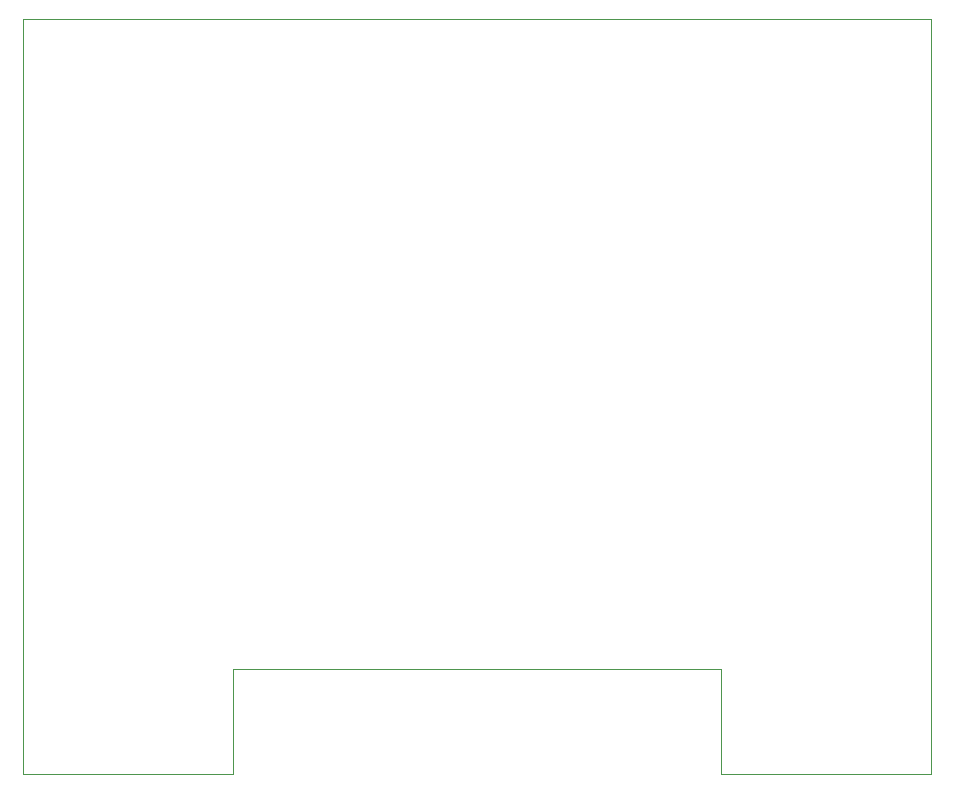
<source format=gko>
%FSLAX24Y24*%
%MOIN*%
G70*
G01*
G75*
G04 Layer_Color=16711935*
%ADD10C,0.0394*%
%ADD11C,0.0098*%
%ADD12C,0.0118*%
%ADD13C,0.0197*%
%ADD14R,0.0906X0.0795*%
%ADD15C,0.0591*%
%ADD16R,0.0591X0.0591*%
%ADD17R,0.0709X0.0709*%
%ADD18C,0.0217*%
%ADD19C,0.0236*%
%ADD20R,0.1772X0.0591*%
%ADD21O,0.0433X0.0394*%
%ADD22R,0.0433X0.0394*%
%ADD23R,0.0394X0.0433*%
%ADD24O,0.1772X0.0591*%
%ADD25R,0.0787X0.0591*%
%ADD26R,0.0591X0.0787*%
%ADD27R,0.1063X0.0630*%
%ADD28R,0.0984X0.1299*%
%ADD29R,0.1575X0.1181*%
%ADD30R,0.0157X0.0472*%
%ADD31R,0.0098X0.0709*%
%ADD32R,0.0630X0.1181*%
%ADD33R,0.0630X0.0709*%
%ADD34C,0.0157*%
%ADD35C,0.0079*%
%ADD36R,0.1651X0.0909*%
%ADD37C,0.0671*%
%ADD38R,0.0671X0.0671*%
%ADD39R,0.0789X0.0789*%
%ADD40R,0.1852X0.0671*%
%ADD41O,0.0513X0.0474*%
%ADD42R,0.0513X0.0474*%
%ADD43R,0.0474X0.0513*%
%ADD44O,0.1852X0.0671*%
%ADD45R,0.0867X0.0671*%
%ADD46R,0.0671X0.0867*%
%ADD47R,0.1143X0.0710*%
%ADD48R,0.1064X0.1379*%
%ADD49R,0.1655X0.1261*%
%ADD50R,0.0237X0.0552*%
%ADD51R,0.0178X0.0789*%
%ADD52R,0.0710X0.1261*%
%ADD53R,0.0710X0.0789*%
%ADD54C,0.0007*%
%ADD55C,0.0007*%
%ADD56C,0.0010*%
%ADD57C,0.0050*%
%ADD58C,0.0100*%
%ADD59C,0.0059*%
%ADD60C,0.0039*%
%ADD61C,0.0020*%
D61*
X3870Y-13000D02*
X20130D01*
X27138Y-16488D02*
Y8669D01*
X-3138D02*
X27138D01*
X-3138Y-16488D02*
Y8669D01*
Y-16488D02*
X3870D01*
Y-13000D01*
X20130Y-16488D02*
Y-13000D01*
Y-16488D02*
X27138D01*
M02*

</source>
